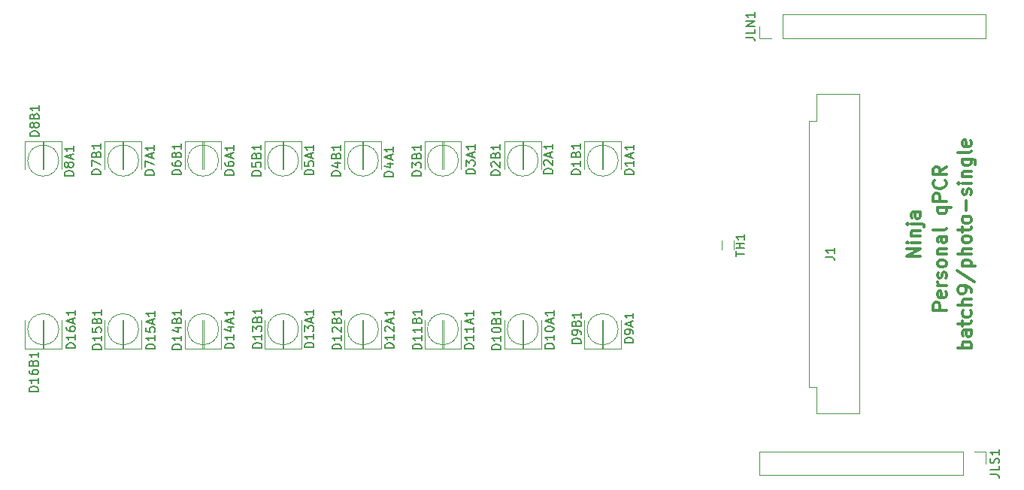
<source format=gto>
G04 #@! TF.GenerationSoftware,KiCad,Pcbnew,(5.1.6-0-10_14)*
G04 #@! TF.CreationDate,2021-08-31T09:47:16+09:00*
G04 #@! TF.ProjectId,photo-single,70686f74-6f2d-4736-996e-676c652e6b69,rev?*
G04 #@! TF.SameCoordinates,Original*
G04 #@! TF.FileFunction,Legend,Top*
G04 #@! TF.FilePolarity,Positive*
%FSLAX46Y46*%
G04 Gerber Fmt 4.6, Leading zero omitted, Abs format (unit mm)*
G04 Created by KiCad (PCBNEW (5.1.6-0-10_14)) date 2021-08-31 09:47:16*
%MOMM*%
%LPD*%
G01*
G04 APERTURE LIST*
%ADD10C,0.300000*%
%ADD11C,0.100000*%
%ADD12C,0.120000*%
%ADD13C,0.150000*%
G04 APERTURE END LIST*
D10*
X203408571Y-111618571D02*
X201908571Y-111618571D01*
X202480000Y-111618571D02*
X202408571Y-111475714D01*
X202408571Y-111190000D01*
X202480000Y-111047142D01*
X202551428Y-110975714D01*
X202694285Y-110904285D01*
X203122857Y-110904285D01*
X203265714Y-110975714D01*
X203337142Y-111047142D01*
X203408571Y-111190000D01*
X203408571Y-111475714D01*
X203337142Y-111618571D01*
X203408571Y-109618571D02*
X202622857Y-109618571D01*
X202480000Y-109690000D01*
X202408571Y-109832857D01*
X202408571Y-110118571D01*
X202480000Y-110261428D01*
X203337142Y-109618571D02*
X203408571Y-109761428D01*
X203408571Y-110118571D01*
X203337142Y-110261428D01*
X203194285Y-110332857D01*
X203051428Y-110332857D01*
X202908571Y-110261428D01*
X202837142Y-110118571D01*
X202837142Y-109761428D01*
X202765714Y-109618571D01*
X202408571Y-109118571D02*
X202408571Y-108547142D01*
X201908571Y-108904285D02*
X203194285Y-108904285D01*
X203337142Y-108832857D01*
X203408571Y-108690000D01*
X203408571Y-108547142D01*
X203337142Y-107404285D02*
X203408571Y-107547142D01*
X203408571Y-107832857D01*
X203337142Y-107975714D01*
X203265714Y-108047142D01*
X203122857Y-108118571D01*
X202694285Y-108118571D01*
X202551428Y-108047142D01*
X202480000Y-107975714D01*
X202408571Y-107832857D01*
X202408571Y-107547142D01*
X202480000Y-107404285D01*
X203408571Y-106761428D02*
X201908571Y-106761428D01*
X203408571Y-106118571D02*
X202622857Y-106118571D01*
X202480000Y-106190000D01*
X202408571Y-106332857D01*
X202408571Y-106547142D01*
X202480000Y-106690000D01*
X202551428Y-106761428D01*
X203408571Y-105332857D02*
X203408571Y-105047142D01*
X203337142Y-104904285D01*
X203265714Y-104832857D01*
X203051428Y-104690000D01*
X202765714Y-104618571D01*
X202194285Y-104618571D01*
X202051428Y-104690000D01*
X201980000Y-104761428D01*
X201908571Y-104904285D01*
X201908571Y-105190000D01*
X201980000Y-105332857D01*
X202051428Y-105404285D01*
X202194285Y-105475714D01*
X202551428Y-105475714D01*
X202694285Y-105404285D01*
X202765714Y-105332857D01*
X202837142Y-105190000D01*
X202837142Y-104904285D01*
X202765714Y-104761428D01*
X202694285Y-104690000D01*
X202551428Y-104618571D01*
X201837142Y-102904285D02*
X203765714Y-104190000D01*
X202408571Y-102404285D02*
X203908571Y-102404285D01*
X202480000Y-102404285D02*
X202408571Y-102261428D01*
X202408571Y-101975714D01*
X202480000Y-101832857D01*
X202551428Y-101761428D01*
X202694285Y-101690000D01*
X203122857Y-101690000D01*
X203265714Y-101761428D01*
X203337142Y-101832857D01*
X203408571Y-101975714D01*
X203408571Y-102261428D01*
X203337142Y-102404285D01*
X203408571Y-101047142D02*
X201908571Y-101047142D01*
X203408571Y-100404285D02*
X202622857Y-100404285D01*
X202480000Y-100475714D01*
X202408571Y-100618571D01*
X202408571Y-100832857D01*
X202480000Y-100975714D01*
X202551428Y-101047142D01*
X203408571Y-99475714D02*
X203337142Y-99618571D01*
X203265714Y-99690000D01*
X203122857Y-99761428D01*
X202694285Y-99761428D01*
X202551428Y-99690000D01*
X202480000Y-99618571D01*
X202408571Y-99475714D01*
X202408571Y-99261428D01*
X202480000Y-99118571D01*
X202551428Y-99047142D01*
X202694285Y-98975714D01*
X203122857Y-98975714D01*
X203265714Y-99047142D01*
X203337142Y-99118571D01*
X203408571Y-99261428D01*
X203408571Y-99475714D01*
X202408571Y-98547142D02*
X202408571Y-97975714D01*
X201908571Y-98332857D02*
X203194285Y-98332857D01*
X203337142Y-98261428D01*
X203408571Y-98118571D01*
X203408571Y-97975714D01*
X203408571Y-97261428D02*
X203337142Y-97404285D01*
X203265714Y-97475714D01*
X203122857Y-97547142D01*
X202694285Y-97547142D01*
X202551428Y-97475714D01*
X202480000Y-97404285D01*
X202408571Y-97261428D01*
X202408571Y-97047142D01*
X202480000Y-96904285D01*
X202551428Y-96832857D01*
X202694285Y-96761428D01*
X203122857Y-96761428D01*
X203265714Y-96832857D01*
X203337142Y-96904285D01*
X203408571Y-97047142D01*
X203408571Y-97261428D01*
X202837142Y-96118571D02*
X202837142Y-94975714D01*
X203337142Y-94332857D02*
X203408571Y-94190000D01*
X203408571Y-93904285D01*
X203337142Y-93761428D01*
X203194285Y-93690000D01*
X203122857Y-93690000D01*
X202980000Y-93761428D01*
X202908571Y-93904285D01*
X202908571Y-94118571D01*
X202837142Y-94261428D01*
X202694285Y-94332857D01*
X202622857Y-94332857D01*
X202480000Y-94261428D01*
X202408571Y-94118571D01*
X202408571Y-93904285D01*
X202480000Y-93761428D01*
X203408571Y-93047142D02*
X202408571Y-93047142D01*
X201908571Y-93047142D02*
X201980000Y-93118571D01*
X202051428Y-93047142D01*
X201980000Y-92975714D01*
X201908571Y-93047142D01*
X202051428Y-93047142D01*
X202408571Y-92332857D02*
X203408571Y-92332857D01*
X202551428Y-92332857D02*
X202480000Y-92261428D01*
X202408571Y-92118571D01*
X202408571Y-91904285D01*
X202480000Y-91761428D01*
X202622857Y-91690000D01*
X203408571Y-91690000D01*
X202408571Y-90332857D02*
X203622857Y-90332857D01*
X203765714Y-90404285D01*
X203837142Y-90475714D01*
X203908571Y-90618571D01*
X203908571Y-90832857D01*
X203837142Y-90975714D01*
X203337142Y-90332857D02*
X203408571Y-90475714D01*
X203408571Y-90761428D01*
X203337142Y-90904285D01*
X203265714Y-90975714D01*
X203122857Y-91047142D01*
X202694285Y-91047142D01*
X202551428Y-90975714D01*
X202480000Y-90904285D01*
X202408571Y-90761428D01*
X202408571Y-90475714D01*
X202480000Y-90332857D01*
X203408571Y-89404285D02*
X203337142Y-89547142D01*
X203194285Y-89618571D01*
X201908571Y-89618571D01*
X203337142Y-88261428D02*
X203408571Y-88404285D01*
X203408571Y-88690000D01*
X203337142Y-88832857D01*
X203194285Y-88904285D01*
X202622857Y-88904285D01*
X202480000Y-88832857D01*
X202408571Y-88690000D01*
X202408571Y-88404285D01*
X202480000Y-88261428D01*
X202622857Y-88190000D01*
X202765714Y-88190000D01*
X202908571Y-88904285D01*
X200618571Y-107345714D02*
X199118571Y-107345714D01*
X199118571Y-106774285D01*
X199190000Y-106631428D01*
X199261428Y-106560000D01*
X199404285Y-106488571D01*
X199618571Y-106488571D01*
X199761428Y-106560000D01*
X199832857Y-106631428D01*
X199904285Y-106774285D01*
X199904285Y-107345714D01*
X200547142Y-105274285D02*
X200618571Y-105417142D01*
X200618571Y-105702857D01*
X200547142Y-105845714D01*
X200404285Y-105917142D01*
X199832857Y-105917142D01*
X199690000Y-105845714D01*
X199618571Y-105702857D01*
X199618571Y-105417142D01*
X199690000Y-105274285D01*
X199832857Y-105202857D01*
X199975714Y-105202857D01*
X200118571Y-105917142D01*
X200618571Y-104560000D02*
X199618571Y-104560000D01*
X199904285Y-104560000D02*
X199761428Y-104488571D01*
X199690000Y-104417142D01*
X199618571Y-104274285D01*
X199618571Y-104131428D01*
X200547142Y-103702857D02*
X200618571Y-103560000D01*
X200618571Y-103274285D01*
X200547142Y-103131428D01*
X200404285Y-103060000D01*
X200332857Y-103060000D01*
X200190000Y-103131428D01*
X200118571Y-103274285D01*
X200118571Y-103488571D01*
X200047142Y-103631428D01*
X199904285Y-103702857D01*
X199832857Y-103702857D01*
X199690000Y-103631428D01*
X199618571Y-103488571D01*
X199618571Y-103274285D01*
X199690000Y-103131428D01*
X200618571Y-102202857D02*
X200547142Y-102345714D01*
X200475714Y-102417142D01*
X200332857Y-102488571D01*
X199904285Y-102488571D01*
X199761428Y-102417142D01*
X199690000Y-102345714D01*
X199618571Y-102202857D01*
X199618571Y-101988571D01*
X199690000Y-101845714D01*
X199761428Y-101774285D01*
X199904285Y-101702857D01*
X200332857Y-101702857D01*
X200475714Y-101774285D01*
X200547142Y-101845714D01*
X200618571Y-101988571D01*
X200618571Y-102202857D01*
X199618571Y-101060000D02*
X200618571Y-101060000D01*
X199761428Y-101060000D02*
X199690000Y-100988571D01*
X199618571Y-100845714D01*
X199618571Y-100631428D01*
X199690000Y-100488571D01*
X199832857Y-100417142D01*
X200618571Y-100417142D01*
X200618571Y-99060000D02*
X199832857Y-99060000D01*
X199690000Y-99131428D01*
X199618571Y-99274285D01*
X199618571Y-99560000D01*
X199690000Y-99702857D01*
X200547142Y-99060000D02*
X200618571Y-99202857D01*
X200618571Y-99560000D01*
X200547142Y-99702857D01*
X200404285Y-99774285D01*
X200261428Y-99774285D01*
X200118571Y-99702857D01*
X200047142Y-99560000D01*
X200047142Y-99202857D01*
X199975714Y-99060000D01*
X200618571Y-98131428D02*
X200547142Y-98274285D01*
X200404285Y-98345714D01*
X199118571Y-98345714D01*
X199618571Y-95774285D02*
X201118571Y-95774285D01*
X200547142Y-95774285D02*
X200618571Y-95917142D01*
X200618571Y-96202857D01*
X200547142Y-96345714D01*
X200475714Y-96417142D01*
X200332857Y-96488571D01*
X199904285Y-96488571D01*
X199761428Y-96417142D01*
X199690000Y-96345714D01*
X199618571Y-96202857D01*
X199618571Y-95917142D01*
X199690000Y-95774285D01*
X200618571Y-95060000D02*
X199118571Y-95060000D01*
X199118571Y-94488571D01*
X199190000Y-94345714D01*
X199261428Y-94274285D01*
X199404285Y-94202857D01*
X199618571Y-94202857D01*
X199761428Y-94274285D01*
X199832857Y-94345714D01*
X199904285Y-94488571D01*
X199904285Y-95060000D01*
X200475714Y-92702857D02*
X200547142Y-92774285D01*
X200618571Y-92988571D01*
X200618571Y-93131428D01*
X200547142Y-93345714D01*
X200404285Y-93488571D01*
X200261428Y-93560000D01*
X199975714Y-93631428D01*
X199761428Y-93631428D01*
X199475714Y-93560000D01*
X199332857Y-93488571D01*
X199190000Y-93345714D01*
X199118571Y-93131428D01*
X199118571Y-92988571D01*
X199190000Y-92774285D01*
X199261428Y-92702857D01*
X200618571Y-91202857D02*
X199904285Y-91702857D01*
X200618571Y-92060000D02*
X199118571Y-92060000D01*
X199118571Y-91488571D01*
X199190000Y-91345714D01*
X199261428Y-91274285D01*
X199404285Y-91202857D01*
X199618571Y-91202857D01*
X199761428Y-91274285D01*
X199832857Y-91345714D01*
X199904285Y-91488571D01*
X199904285Y-92060000D01*
X197648571Y-101300000D02*
X196148571Y-101300000D01*
X197648571Y-100442857D01*
X196148571Y-100442857D01*
X197648571Y-99728571D02*
X196648571Y-99728571D01*
X196148571Y-99728571D02*
X196220000Y-99800000D01*
X196291428Y-99728571D01*
X196220000Y-99657142D01*
X196148571Y-99728571D01*
X196291428Y-99728571D01*
X196648571Y-99014285D02*
X197648571Y-99014285D01*
X196791428Y-99014285D02*
X196720000Y-98942857D01*
X196648571Y-98800000D01*
X196648571Y-98585714D01*
X196720000Y-98442857D01*
X196862857Y-98371428D01*
X197648571Y-98371428D01*
X196648571Y-97657142D02*
X197934285Y-97657142D01*
X198077142Y-97728571D01*
X198148571Y-97871428D01*
X198148571Y-97942857D01*
X196148571Y-97657142D02*
X196220000Y-97728571D01*
X196291428Y-97657142D01*
X196220000Y-97585714D01*
X196148571Y-97657142D01*
X196291428Y-97657142D01*
X197648571Y-96300000D02*
X196862857Y-96300000D01*
X196720000Y-96371428D01*
X196648571Y-96514285D01*
X196648571Y-96800000D01*
X196720000Y-96942857D01*
X197577142Y-96300000D02*
X197648571Y-96442857D01*
X197648571Y-96800000D01*
X197577142Y-96942857D01*
X197434285Y-97014285D01*
X197291428Y-97014285D01*
X197148571Y-96942857D01*
X197077142Y-96800000D01*
X197077142Y-96442857D01*
X197005714Y-96300000D01*
D11*
X100671211Y-90502066D02*
G75*
G03*
X100671211Y-90502066I-1750000J0D01*
G01*
X109671211Y-90502066D02*
G75*
G03*
X109671211Y-90502066I-1750000J0D01*
G01*
X118671211Y-90502066D02*
G75*
G03*
X118671211Y-90502066I-1750000J0D01*
G01*
X127671211Y-90502066D02*
G75*
G03*
X127671211Y-90502066I-1750000J0D01*
G01*
X136671211Y-90502066D02*
G75*
G03*
X136671211Y-90502066I-1750000J0D01*
G01*
X145671211Y-90502066D02*
G75*
G03*
X145671211Y-90502066I-1750000J0D01*
G01*
X154671211Y-90502066D02*
G75*
G03*
X154671211Y-90502066I-1750000J0D01*
G01*
X163671211Y-90502066D02*
G75*
G03*
X163671211Y-90502066I-1750000J0D01*
G01*
X163671211Y-109501633D02*
G75*
G03*
X163671211Y-109501633I-1750000J0D01*
G01*
X154671211Y-109501633D02*
G75*
G03*
X154671211Y-109501633I-1750000J0D01*
G01*
X145671211Y-109501633D02*
G75*
G03*
X145671211Y-109501633I-1750000J0D01*
G01*
X136671211Y-109501633D02*
G75*
G03*
X136671211Y-109501633I-1750000J0D01*
G01*
X127671211Y-109501633D02*
G75*
G03*
X127671211Y-109501633I-1750000J0D01*
G01*
X118671211Y-109501633D02*
G75*
G03*
X118671211Y-109501633I-1750000J0D01*
G01*
X100671211Y-109501633D02*
G75*
G03*
X100671211Y-109501633I-1750000J0D01*
G01*
X109671211Y-109501633D02*
G75*
G03*
X109671211Y-109501633I-1750000J0D01*
G01*
D12*
X161861211Y-88302066D02*
X161861211Y-91502066D01*
X163981211Y-91502066D02*
X163981211Y-88302066D01*
X163981211Y-88302066D02*
X161861211Y-88302066D01*
X109981211Y-111701633D02*
X109981211Y-108501633D01*
X107861211Y-108501633D02*
X107861211Y-111701633D01*
X107861211Y-111701633D02*
X109981211Y-111701633D01*
X161861211Y-111701633D02*
X163981211Y-111701633D01*
X161861211Y-108501633D02*
X161861211Y-111701633D01*
X163981211Y-111701633D02*
X163981211Y-108501633D01*
X161981211Y-111701633D02*
X161981211Y-108501633D01*
X159861211Y-108501633D02*
X159861211Y-111701633D01*
X159861211Y-111701633D02*
X161981211Y-111701633D01*
X152861211Y-111701633D02*
X154981211Y-111701633D01*
X152861211Y-108501633D02*
X152861211Y-111701633D01*
X154981211Y-111701633D02*
X154981211Y-108501633D01*
X152981211Y-111701633D02*
X152981211Y-108501633D01*
X150861211Y-108501633D02*
X150861211Y-111701633D01*
X150861211Y-111701633D02*
X152981211Y-111701633D01*
X143861211Y-111701633D02*
X145981211Y-111701633D01*
X143861211Y-108501633D02*
X143861211Y-111701633D01*
X145981211Y-111701633D02*
X145981211Y-108501633D01*
X143981211Y-111701633D02*
X143981211Y-108501633D01*
X141861211Y-108501633D02*
X141861211Y-111701633D01*
X141861211Y-111701633D02*
X143981211Y-111701633D01*
X134861211Y-111701633D02*
X136981211Y-111701633D01*
X134861211Y-108501633D02*
X134861211Y-111701633D01*
X136981211Y-111701633D02*
X136981211Y-108501633D01*
X118981211Y-111701633D02*
X118981211Y-108501633D01*
X116861211Y-108501633D02*
X116861211Y-111701633D01*
X116861211Y-111701633D02*
X118981211Y-111701633D01*
X105861211Y-111701633D02*
X107981211Y-111701633D01*
X105861211Y-108501633D02*
X105861211Y-111701633D01*
X107981211Y-111701633D02*
X107981211Y-108501633D01*
X114861211Y-111701633D02*
X116981211Y-111701633D01*
X114861211Y-108501633D02*
X114861211Y-111701633D01*
X116981211Y-111701633D02*
X116981211Y-108501633D01*
X127981211Y-111701633D02*
X127981211Y-108501633D01*
X125861211Y-108501633D02*
X125861211Y-111701633D01*
X125861211Y-111701633D02*
X127981211Y-111701633D01*
X123861211Y-111701633D02*
X125981211Y-111701633D01*
X123861211Y-108501633D02*
X123861211Y-111701633D01*
X125981211Y-111701633D02*
X125981211Y-108501633D01*
X100981211Y-111701633D02*
X100981211Y-108501633D01*
X98861211Y-108501633D02*
X98861211Y-111701633D01*
X98861211Y-111701633D02*
X100981211Y-111701633D01*
X134981211Y-111701633D02*
X134981211Y-108501633D01*
X132861211Y-108501633D02*
X132861211Y-111701633D01*
X132861211Y-111701633D02*
X134981211Y-111701633D01*
X96861211Y-111701633D02*
X98981211Y-111701633D01*
X96861211Y-108501633D02*
X96861211Y-111701633D01*
X98981211Y-111701633D02*
X98981211Y-108501633D01*
X161981211Y-88302066D02*
X159861211Y-88302066D01*
X161981211Y-91502066D02*
X161981211Y-88302066D01*
X159861211Y-88302066D02*
X159861211Y-91502066D01*
X100981211Y-88302066D02*
X98861211Y-88302066D01*
X100981211Y-91502066D02*
X100981211Y-88302066D01*
X98861211Y-88302066D02*
X98861211Y-91502066D01*
X134861211Y-88302066D02*
X134861211Y-91502066D01*
X136981211Y-91502066D02*
X136981211Y-88302066D01*
X136981211Y-88302066D02*
X134861211Y-88302066D01*
X114861211Y-88302066D02*
X114861211Y-91502066D01*
X116981211Y-91502066D02*
X116981211Y-88302066D01*
X116981211Y-88302066D02*
X114861211Y-88302066D01*
X118981211Y-88302066D02*
X116861211Y-88302066D01*
X118981211Y-91502066D02*
X118981211Y-88302066D01*
X116861211Y-88302066D02*
X116861211Y-91502066D01*
X143981211Y-88302066D02*
X141861211Y-88302066D01*
X143981211Y-91502066D02*
X143981211Y-88302066D01*
X141861211Y-88302066D02*
X141861211Y-91502066D01*
X105861211Y-88302066D02*
X105861211Y-91502066D01*
X107981211Y-91502066D02*
X107981211Y-88302066D01*
X107981211Y-88302066D02*
X105861211Y-88302066D01*
X123861211Y-88302066D02*
X123861211Y-91502066D01*
X125981211Y-91502066D02*
X125981211Y-88302066D01*
X125981211Y-88302066D02*
X123861211Y-88302066D01*
X134981211Y-88302066D02*
X132861211Y-88302066D01*
X134981211Y-91502066D02*
X134981211Y-88302066D01*
X132861211Y-88302066D02*
X132861211Y-91502066D01*
X127981211Y-88302066D02*
X125861211Y-88302066D01*
X127981211Y-91502066D02*
X127981211Y-88302066D01*
X125861211Y-88302066D02*
X125861211Y-91502066D01*
X152861211Y-88302066D02*
X152861211Y-91502066D01*
X154981211Y-91502066D02*
X154981211Y-88302066D01*
X154981211Y-88302066D02*
X152861211Y-88302066D01*
X143861211Y-88302066D02*
X143861211Y-91502066D01*
X145981211Y-91502066D02*
X145981211Y-88302066D01*
X145981211Y-88302066D02*
X143861211Y-88302066D01*
X152981211Y-88302066D02*
X150861211Y-88302066D01*
X152981211Y-91502066D02*
X152981211Y-88302066D01*
X150861211Y-88302066D02*
X150861211Y-91502066D01*
X96861211Y-88302066D02*
X96861211Y-91502066D01*
X98981211Y-91502066D02*
X98981211Y-88302066D01*
X98981211Y-88302066D02*
X96861211Y-88302066D01*
X109981211Y-88302066D02*
X107861211Y-88302066D01*
X109981211Y-91502066D02*
X109981211Y-88302066D01*
X107861211Y-88302066D02*
X107861211Y-91502066D01*
X176680000Y-99500000D02*
X176680000Y-100500000D01*
X175320000Y-100500000D02*
X175320000Y-99500000D01*
X185185000Y-116020000D02*
X185185000Y-86020000D01*
X190835000Y-119020000D02*
X190835000Y-83020000D01*
X190835000Y-119020000D02*
X185985000Y-119020000D01*
X190835000Y-83020000D02*
X185985000Y-83020000D01*
X185985000Y-119020000D02*
X185985000Y-116020000D01*
X185985000Y-83020000D02*
X185985000Y-86020000D01*
X185985000Y-116020000D02*
X185185000Y-116020000D01*
X185985000Y-86020000D02*
X185185000Y-86020000D01*
X205095000Y-76702000D02*
X205095000Y-74042000D01*
X182175000Y-76702000D02*
X205095000Y-76702000D01*
X182175000Y-74042000D02*
X205095000Y-74042000D01*
X182175000Y-76702000D02*
X182175000Y-74042000D01*
X180905000Y-76702000D02*
X179575000Y-76702000D01*
X179575000Y-76702000D02*
X179575000Y-75372000D01*
X205095000Y-123298000D02*
X205095000Y-124628000D01*
X203765000Y-123298000D02*
X205095000Y-123298000D01*
X202495000Y-123298000D02*
X202495000Y-125958000D01*
X202495000Y-125958000D02*
X179575000Y-125958000D01*
X202495000Y-123298000D02*
X179575000Y-123298000D01*
X179575000Y-123298000D02*
X179575000Y-125958000D01*
D13*
X165392380Y-92062857D02*
X164392380Y-92062857D01*
X164392380Y-91824761D01*
X164440000Y-91681904D01*
X164535238Y-91586666D01*
X164630476Y-91539047D01*
X164820952Y-91491428D01*
X164963809Y-91491428D01*
X165154285Y-91539047D01*
X165249523Y-91586666D01*
X165344761Y-91681904D01*
X165392380Y-91824761D01*
X165392380Y-92062857D01*
X165392380Y-90539047D02*
X165392380Y-91110476D01*
X165392380Y-90824761D02*
X164392380Y-90824761D01*
X164535238Y-90920000D01*
X164630476Y-91015238D01*
X164678095Y-91110476D01*
X165106666Y-90158095D02*
X165106666Y-89681904D01*
X165392380Y-90253333D02*
X164392380Y-89920000D01*
X165392380Y-89586666D01*
X165392380Y-88729523D02*
X165392380Y-89300952D01*
X165392380Y-89015238D02*
X164392380Y-89015238D01*
X164535238Y-89110476D01*
X164630476Y-89205714D01*
X164678095Y-89300952D01*
X111502380Y-111729047D02*
X110502380Y-111729047D01*
X110502380Y-111490952D01*
X110550000Y-111348095D01*
X110645238Y-111252857D01*
X110740476Y-111205238D01*
X110930952Y-111157619D01*
X111073809Y-111157619D01*
X111264285Y-111205238D01*
X111359523Y-111252857D01*
X111454761Y-111348095D01*
X111502380Y-111490952D01*
X111502380Y-111729047D01*
X111502380Y-110205238D02*
X111502380Y-110776666D01*
X111502380Y-110490952D02*
X110502380Y-110490952D01*
X110645238Y-110586190D01*
X110740476Y-110681428D01*
X110788095Y-110776666D01*
X110502380Y-109300476D02*
X110502380Y-109776666D01*
X110978571Y-109824285D01*
X110930952Y-109776666D01*
X110883333Y-109681428D01*
X110883333Y-109443333D01*
X110930952Y-109348095D01*
X110978571Y-109300476D01*
X111073809Y-109252857D01*
X111311904Y-109252857D01*
X111407142Y-109300476D01*
X111454761Y-109348095D01*
X111502380Y-109443333D01*
X111502380Y-109681428D01*
X111454761Y-109776666D01*
X111407142Y-109824285D01*
X111216666Y-108871904D02*
X111216666Y-108395714D01*
X111502380Y-108967142D02*
X110502380Y-108633809D01*
X111502380Y-108300476D01*
X111502380Y-107443333D02*
X111502380Y-108014761D01*
X111502380Y-107729047D02*
X110502380Y-107729047D01*
X110645238Y-107824285D01*
X110740476Y-107919523D01*
X110788095Y-108014761D01*
X165382380Y-111022857D02*
X164382380Y-111022857D01*
X164382380Y-110784761D01*
X164430000Y-110641904D01*
X164525238Y-110546666D01*
X164620476Y-110499047D01*
X164810952Y-110451428D01*
X164953809Y-110451428D01*
X165144285Y-110499047D01*
X165239523Y-110546666D01*
X165334761Y-110641904D01*
X165382380Y-110784761D01*
X165382380Y-111022857D01*
X165382380Y-109975238D02*
X165382380Y-109784761D01*
X165334761Y-109689523D01*
X165287142Y-109641904D01*
X165144285Y-109546666D01*
X164953809Y-109499047D01*
X164572857Y-109499047D01*
X164477619Y-109546666D01*
X164430000Y-109594285D01*
X164382380Y-109689523D01*
X164382380Y-109880000D01*
X164430000Y-109975238D01*
X164477619Y-110022857D01*
X164572857Y-110070476D01*
X164810952Y-110070476D01*
X164906190Y-110022857D01*
X164953809Y-109975238D01*
X165001428Y-109880000D01*
X165001428Y-109689523D01*
X164953809Y-109594285D01*
X164906190Y-109546666D01*
X164810952Y-109499047D01*
X165096666Y-109118095D02*
X165096666Y-108641904D01*
X165382380Y-109213333D02*
X164382380Y-108880000D01*
X165382380Y-108546666D01*
X165382380Y-107689523D02*
X165382380Y-108260952D01*
X165382380Y-107975238D02*
X164382380Y-107975238D01*
X164525238Y-108070476D01*
X164620476Y-108165714D01*
X164668095Y-108260952D01*
X159462380Y-111094285D02*
X158462380Y-111094285D01*
X158462380Y-110856190D01*
X158510000Y-110713333D01*
X158605238Y-110618095D01*
X158700476Y-110570476D01*
X158890952Y-110522857D01*
X159033809Y-110522857D01*
X159224285Y-110570476D01*
X159319523Y-110618095D01*
X159414761Y-110713333D01*
X159462380Y-110856190D01*
X159462380Y-111094285D01*
X159462380Y-110046666D02*
X159462380Y-109856190D01*
X159414761Y-109760952D01*
X159367142Y-109713333D01*
X159224285Y-109618095D01*
X159033809Y-109570476D01*
X158652857Y-109570476D01*
X158557619Y-109618095D01*
X158510000Y-109665714D01*
X158462380Y-109760952D01*
X158462380Y-109951428D01*
X158510000Y-110046666D01*
X158557619Y-110094285D01*
X158652857Y-110141904D01*
X158890952Y-110141904D01*
X158986190Y-110094285D01*
X159033809Y-110046666D01*
X159081428Y-109951428D01*
X159081428Y-109760952D01*
X159033809Y-109665714D01*
X158986190Y-109618095D01*
X158890952Y-109570476D01*
X158938571Y-108808571D02*
X158986190Y-108665714D01*
X159033809Y-108618095D01*
X159129047Y-108570476D01*
X159271904Y-108570476D01*
X159367142Y-108618095D01*
X159414761Y-108665714D01*
X159462380Y-108760952D01*
X159462380Y-109141904D01*
X158462380Y-109141904D01*
X158462380Y-108808571D01*
X158510000Y-108713333D01*
X158557619Y-108665714D01*
X158652857Y-108618095D01*
X158748095Y-108618095D01*
X158843333Y-108665714D01*
X158890952Y-108713333D01*
X158938571Y-108808571D01*
X158938571Y-109141904D01*
X159462380Y-107618095D02*
X159462380Y-108189523D01*
X159462380Y-107903809D02*
X158462380Y-107903809D01*
X158605238Y-107999047D01*
X158700476Y-108094285D01*
X158748095Y-108189523D01*
X156422380Y-111669047D02*
X155422380Y-111669047D01*
X155422380Y-111430952D01*
X155470000Y-111288095D01*
X155565238Y-111192857D01*
X155660476Y-111145238D01*
X155850952Y-111097619D01*
X155993809Y-111097619D01*
X156184285Y-111145238D01*
X156279523Y-111192857D01*
X156374761Y-111288095D01*
X156422380Y-111430952D01*
X156422380Y-111669047D01*
X156422380Y-110145238D02*
X156422380Y-110716666D01*
X156422380Y-110430952D02*
X155422380Y-110430952D01*
X155565238Y-110526190D01*
X155660476Y-110621428D01*
X155708095Y-110716666D01*
X155422380Y-109526190D02*
X155422380Y-109430952D01*
X155470000Y-109335714D01*
X155517619Y-109288095D01*
X155612857Y-109240476D01*
X155803333Y-109192857D01*
X156041428Y-109192857D01*
X156231904Y-109240476D01*
X156327142Y-109288095D01*
X156374761Y-109335714D01*
X156422380Y-109430952D01*
X156422380Y-109526190D01*
X156374761Y-109621428D01*
X156327142Y-109669047D01*
X156231904Y-109716666D01*
X156041428Y-109764285D01*
X155803333Y-109764285D01*
X155612857Y-109716666D01*
X155517619Y-109669047D01*
X155470000Y-109621428D01*
X155422380Y-109526190D01*
X156136666Y-108811904D02*
X156136666Y-108335714D01*
X156422380Y-108907142D02*
X155422380Y-108573809D01*
X156422380Y-108240476D01*
X156422380Y-107383333D02*
X156422380Y-107954761D01*
X156422380Y-107669047D02*
X155422380Y-107669047D01*
X155565238Y-107764285D01*
X155660476Y-107859523D01*
X155708095Y-107954761D01*
X150452380Y-111770476D02*
X149452380Y-111770476D01*
X149452380Y-111532380D01*
X149500000Y-111389523D01*
X149595238Y-111294285D01*
X149690476Y-111246666D01*
X149880952Y-111199047D01*
X150023809Y-111199047D01*
X150214285Y-111246666D01*
X150309523Y-111294285D01*
X150404761Y-111389523D01*
X150452380Y-111532380D01*
X150452380Y-111770476D01*
X150452380Y-110246666D02*
X150452380Y-110818095D01*
X150452380Y-110532380D02*
X149452380Y-110532380D01*
X149595238Y-110627619D01*
X149690476Y-110722857D01*
X149738095Y-110818095D01*
X149452380Y-109627619D02*
X149452380Y-109532380D01*
X149500000Y-109437142D01*
X149547619Y-109389523D01*
X149642857Y-109341904D01*
X149833333Y-109294285D01*
X150071428Y-109294285D01*
X150261904Y-109341904D01*
X150357142Y-109389523D01*
X150404761Y-109437142D01*
X150452380Y-109532380D01*
X150452380Y-109627619D01*
X150404761Y-109722857D01*
X150357142Y-109770476D01*
X150261904Y-109818095D01*
X150071428Y-109865714D01*
X149833333Y-109865714D01*
X149642857Y-109818095D01*
X149547619Y-109770476D01*
X149500000Y-109722857D01*
X149452380Y-109627619D01*
X149928571Y-108532380D02*
X149976190Y-108389523D01*
X150023809Y-108341904D01*
X150119047Y-108294285D01*
X150261904Y-108294285D01*
X150357142Y-108341904D01*
X150404761Y-108389523D01*
X150452380Y-108484761D01*
X150452380Y-108865714D01*
X149452380Y-108865714D01*
X149452380Y-108532380D01*
X149500000Y-108437142D01*
X149547619Y-108389523D01*
X149642857Y-108341904D01*
X149738095Y-108341904D01*
X149833333Y-108389523D01*
X149880952Y-108437142D01*
X149928571Y-108532380D01*
X149928571Y-108865714D01*
X150452380Y-107341904D02*
X150452380Y-107913333D01*
X150452380Y-107627619D02*
X149452380Y-107627619D01*
X149595238Y-107722857D01*
X149690476Y-107818095D01*
X149738095Y-107913333D01*
X147372380Y-111699047D02*
X146372380Y-111699047D01*
X146372380Y-111460952D01*
X146420000Y-111318095D01*
X146515238Y-111222857D01*
X146610476Y-111175238D01*
X146800952Y-111127619D01*
X146943809Y-111127619D01*
X147134285Y-111175238D01*
X147229523Y-111222857D01*
X147324761Y-111318095D01*
X147372380Y-111460952D01*
X147372380Y-111699047D01*
X147372380Y-110175238D02*
X147372380Y-110746666D01*
X147372380Y-110460952D02*
X146372380Y-110460952D01*
X146515238Y-110556190D01*
X146610476Y-110651428D01*
X146658095Y-110746666D01*
X147372380Y-109222857D02*
X147372380Y-109794285D01*
X147372380Y-109508571D02*
X146372380Y-109508571D01*
X146515238Y-109603809D01*
X146610476Y-109699047D01*
X146658095Y-109794285D01*
X147086666Y-108841904D02*
X147086666Y-108365714D01*
X147372380Y-108937142D02*
X146372380Y-108603809D01*
X147372380Y-108270476D01*
X147372380Y-107413333D02*
X147372380Y-107984761D01*
X147372380Y-107699047D02*
X146372380Y-107699047D01*
X146515238Y-107794285D01*
X146610476Y-107889523D01*
X146658095Y-107984761D01*
X141512380Y-111730476D02*
X140512380Y-111730476D01*
X140512380Y-111492380D01*
X140560000Y-111349523D01*
X140655238Y-111254285D01*
X140750476Y-111206666D01*
X140940952Y-111159047D01*
X141083809Y-111159047D01*
X141274285Y-111206666D01*
X141369523Y-111254285D01*
X141464761Y-111349523D01*
X141512380Y-111492380D01*
X141512380Y-111730476D01*
X141512380Y-110206666D02*
X141512380Y-110778095D01*
X141512380Y-110492380D02*
X140512380Y-110492380D01*
X140655238Y-110587619D01*
X140750476Y-110682857D01*
X140798095Y-110778095D01*
X141512380Y-109254285D02*
X141512380Y-109825714D01*
X141512380Y-109540000D02*
X140512380Y-109540000D01*
X140655238Y-109635238D01*
X140750476Y-109730476D01*
X140798095Y-109825714D01*
X140988571Y-108492380D02*
X141036190Y-108349523D01*
X141083809Y-108301904D01*
X141179047Y-108254285D01*
X141321904Y-108254285D01*
X141417142Y-108301904D01*
X141464761Y-108349523D01*
X141512380Y-108444761D01*
X141512380Y-108825714D01*
X140512380Y-108825714D01*
X140512380Y-108492380D01*
X140560000Y-108397142D01*
X140607619Y-108349523D01*
X140702857Y-108301904D01*
X140798095Y-108301904D01*
X140893333Y-108349523D01*
X140940952Y-108397142D01*
X140988571Y-108492380D01*
X140988571Y-108825714D01*
X141512380Y-107301904D02*
X141512380Y-107873333D01*
X141512380Y-107587619D02*
X140512380Y-107587619D01*
X140655238Y-107682857D01*
X140750476Y-107778095D01*
X140798095Y-107873333D01*
X138382380Y-111629047D02*
X137382380Y-111629047D01*
X137382380Y-111390952D01*
X137430000Y-111248095D01*
X137525238Y-111152857D01*
X137620476Y-111105238D01*
X137810952Y-111057619D01*
X137953809Y-111057619D01*
X138144285Y-111105238D01*
X138239523Y-111152857D01*
X138334761Y-111248095D01*
X138382380Y-111390952D01*
X138382380Y-111629047D01*
X138382380Y-110105238D02*
X138382380Y-110676666D01*
X138382380Y-110390952D02*
X137382380Y-110390952D01*
X137525238Y-110486190D01*
X137620476Y-110581428D01*
X137668095Y-110676666D01*
X137477619Y-109724285D02*
X137430000Y-109676666D01*
X137382380Y-109581428D01*
X137382380Y-109343333D01*
X137430000Y-109248095D01*
X137477619Y-109200476D01*
X137572857Y-109152857D01*
X137668095Y-109152857D01*
X137810952Y-109200476D01*
X138382380Y-109771904D01*
X138382380Y-109152857D01*
X138096666Y-108771904D02*
X138096666Y-108295714D01*
X138382380Y-108867142D02*
X137382380Y-108533809D01*
X138382380Y-108200476D01*
X138382380Y-107343333D02*
X138382380Y-107914761D01*
X138382380Y-107629047D02*
X137382380Y-107629047D01*
X137525238Y-107724285D01*
X137620476Y-107819523D01*
X137668095Y-107914761D01*
X120372380Y-111639047D02*
X119372380Y-111639047D01*
X119372380Y-111400952D01*
X119420000Y-111258095D01*
X119515238Y-111162857D01*
X119610476Y-111115238D01*
X119800952Y-111067619D01*
X119943809Y-111067619D01*
X120134285Y-111115238D01*
X120229523Y-111162857D01*
X120324761Y-111258095D01*
X120372380Y-111400952D01*
X120372380Y-111639047D01*
X120372380Y-110115238D02*
X120372380Y-110686666D01*
X120372380Y-110400952D02*
X119372380Y-110400952D01*
X119515238Y-110496190D01*
X119610476Y-110591428D01*
X119658095Y-110686666D01*
X119705714Y-109258095D02*
X120372380Y-109258095D01*
X119324761Y-109496190D02*
X120039047Y-109734285D01*
X120039047Y-109115238D01*
X120086666Y-108781904D02*
X120086666Y-108305714D01*
X120372380Y-108877142D02*
X119372380Y-108543809D01*
X120372380Y-108210476D01*
X120372380Y-107353333D02*
X120372380Y-107924761D01*
X120372380Y-107639047D02*
X119372380Y-107639047D01*
X119515238Y-107734285D01*
X119610476Y-107829523D01*
X119658095Y-107924761D01*
X105462380Y-111750476D02*
X104462380Y-111750476D01*
X104462380Y-111512380D01*
X104510000Y-111369523D01*
X104605238Y-111274285D01*
X104700476Y-111226666D01*
X104890952Y-111179047D01*
X105033809Y-111179047D01*
X105224285Y-111226666D01*
X105319523Y-111274285D01*
X105414761Y-111369523D01*
X105462380Y-111512380D01*
X105462380Y-111750476D01*
X105462380Y-110226666D02*
X105462380Y-110798095D01*
X105462380Y-110512380D02*
X104462380Y-110512380D01*
X104605238Y-110607619D01*
X104700476Y-110702857D01*
X104748095Y-110798095D01*
X104462380Y-109321904D02*
X104462380Y-109798095D01*
X104938571Y-109845714D01*
X104890952Y-109798095D01*
X104843333Y-109702857D01*
X104843333Y-109464761D01*
X104890952Y-109369523D01*
X104938571Y-109321904D01*
X105033809Y-109274285D01*
X105271904Y-109274285D01*
X105367142Y-109321904D01*
X105414761Y-109369523D01*
X105462380Y-109464761D01*
X105462380Y-109702857D01*
X105414761Y-109798095D01*
X105367142Y-109845714D01*
X104938571Y-108512380D02*
X104986190Y-108369523D01*
X105033809Y-108321904D01*
X105129047Y-108274285D01*
X105271904Y-108274285D01*
X105367142Y-108321904D01*
X105414761Y-108369523D01*
X105462380Y-108464761D01*
X105462380Y-108845714D01*
X104462380Y-108845714D01*
X104462380Y-108512380D01*
X104510000Y-108417142D01*
X104557619Y-108369523D01*
X104652857Y-108321904D01*
X104748095Y-108321904D01*
X104843333Y-108369523D01*
X104890952Y-108417142D01*
X104938571Y-108512380D01*
X104938571Y-108845714D01*
X105462380Y-107321904D02*
X105462380Y-107893333D01*
X105462380Y-107607619D02*
X104462380Y-107607619D01*
X104605238Y-107702857D01*
X104700476Y-107798095D01*
X104748095Y-107893333D01*
X114472380Y-111740476D02*
X113472380Y-111740476D01*
X113472380Y-111502380D01*
X113520000Y-111359523D01*
X113615238Y-111264285D01*
X113710476Y-111216666D01*
X113900952Y-111169047D01*
X114043809Y-111169047D01*
X114234285Y-111216666D01*
X114329523Y-111264285D01*
X114424761Y-111359523D01*
X114472380Y-111502380D01*
X114472380Y-111740476D01*
X114472380Y-110216666D02*
X114472380Y-110788095D01*
X114472380Y-110502380D02*
X113472380Y-110502380D01*
X113615238Y-110597619D01*
X113710476Y-110692857D01*
X113758095Y-110788095D01*
X113805714Y-109359523D02*
X114472380Y-109359523D01*
X113424761Y-109597619D02*
X114139047Y-109835714D01*
X114139047Y-109216666D01*
X113948571Y-108502380D02*
X113996190Y-108359523D01*
X114043809Y-108311904D01*
X114139047Y-108264285D01*
X114281904Y-108264285D01*
X114377142Y-108311904D01*
X114424761Y-108359523D01*
X114472380Y-108454761D01*
X114472380Y-108835714D01*
X113472380Y-108835714D01*
X113472380Y-108502380D01*
X113520000Y-108407142D01*
X113567619Y-108359523D01*
X113662857Y-108311904D01*
X113758095Y-108311904D01*
X113853333Y-108359523D01*
X113900952Y-108407142D01*
X113948571Y-108502380D01*
X113948571Y-108835714D01*
X114472380Y-107311904D02*
X114472380Y-107883333D01*
X114472380Y-107597619D02*
X113472380Y-107597619D01*
X113615238Y-107692857D01*
X113710476Y-107788095D01*
X113758095Y-107883333D01*
X129382380Y-111569047D02*
X128382380Y-111569047D01*
X128382380Y-111330952D01*
X128430000Y-111188095D01*
X128525238Y-111092857D01*
X128620476Y-111045238D01*
X128810952Y-110997619D01*
X128953809Y-110997619D01*
X129144285Y-111045238D01*
X129239523Y-111092857D01*
X129334761Y-111188095D01*
X129382380Y-111330952D01*
X129382380Y-111569047D01*
X129382380Y-110045238D02*
X129382380Y-110616666D01*
X129382380Y-110330952D02*
X128382380Y-110330952D01*
X128525238Y-110426190D01*
X128620476Y-110521428D01*
X128668095Y-110616666D01*
X128382380Y-109711904D02*
X128382380Y-109092857D01*
X128763333Y-109426190D01*
X128763333Y-109283333D01*
X128810952Y-109188095D01*
X128858571Y-109140476D01*
X128953809Y-109092857D01*
X129191904Y-109092857D01*
X129287142Y-109140476D01*
X129334761Y-109188095D01*
X129382380Y-109283333D01*
X129382380Y-109569047D01*
X129334761Y-109664285D01*
X129287142Y-109711904D01*
X129096666Y-108711904D02*
X129096666Y-108235714D01*
X129382380Y-108807142D02*
X128382380Y-108473809D01*
X129382380Y-108140476D01*
X129382380Y-107283333D02*
X129382380Y-107854761D01*
X129382380Y-107569047D02*
X128382380Y-107569047D01*
X128525238Y-107664285D01*
X128620476Y-107759523D01*
X128668095Y-107854761D01*
X123542380Y-111610476D02*
X122542380Y-111610476D01*
X122542380Y-111372380D01*
X122590000Y-111229523D01*
X122685238Y-111134285D01*
X122780476Y-111086666D01*
X122970952Y-111039047D01*
X123113809Y-111039047D01*
X123304285Y-111086666D01*
X123399523Y-111134285D01*
X123494761Y-111229523D01*
X123542380Y-111372380D01*
X123542380Y-111610476D01*
X123542380Y-110086666D02*
X123542380Y-110658095D01*
X123542380Y-110372380D02*
X122542380Y-110372380D01*
X122685238Y-110467619D01*
X122780476Y-110562857D01*
X122828095Y-110658095D01*
X122542380Y-109753333D02*
X122542380Y-109134285D01*
X122923333Y-109467619D01*
X122923333Y-109324761D01*
X122970952Y-109229523D01*
X123018571Y-109181904D01*
X123113809Y-109134285D01*
X123351904Y-109134285D01*
X123447142Y-109181904D01*
X123494761Y-109229523D01*
X123542380Y-109324761D01*
X123542380Y-109610476D01*
X123494761Y-109705714D01*
X123447142Y-109753333D01*
X123018571Y-108372380D02*
X123066190Y-108229523D01*
X123113809Y-108181904D01*
X123209047Y-108134285D01*
X123351904Y-108134285D01*
X123447142Y-108181904D01*
X123494761Y-108229523D01*
X123542380Y-108324761D01*
X123542380Y-108705714D01*
X122542380Y-108705714D01*
X122542380Y-108372380D01*
X122590000Y-108277142D01*
X122637619Y-108229523D01*
X122732857Y-108181904D01*
X122828095Y-108181904D01*
X122923333Y-108229523D01*
X122970952Y-108277142D01*
X123018571Y-108372380D01*
X123018571Y-108705714D01*
X123542380Y-107181904D02*
X123542380Y-107753333D01*
X123542380Y-107467619D02*
X122542380Y-107467619D01*
X122685238Y-107562857D01*
X122780476Y-107658095D01*
X122828095Y-107753333D01*
X102512380Y-111629047D02*
X101512380Y-111629047D01*
X101512380Y-111390952D01*
X101560000Y-111248095D01*
X101655238Y-111152857D01*
X101750476Y-111105238D01*
X101940952Y-111057619D01*
X102083809Y-111057619D01*
X102274285Y-111105238D01*
X102369523Y-111152857D01*
X102464761Y-111248095D01*
X102512380Y-111390952D01*
X102512380Y-111629047D01*
X102512380Y-110105238D02*
X102512380Y-110676666D01*
X102512380Y-110390952D02*
X101512380Y-110390952D01*
X101655238Y-110486190D01*
X101750476Y-110581428D01*
X101798095Y-110676666D01*
X101512380Y-109248095D02*
X101512380Y-109438571D01*
X101560000Y-109533809D01*
X101607619Y-109581428D01*
X101750476Y-109676666D01*
X101940952Y-109724285D01*
X102321904Y-109724285D01*
X102417142Y-109676666D01*
X102464761Y-109629047D01*
X102512380Y-109533809D01*
X102512380Y-109343333D01*
X102464761Y-109248095D01*
X102417142Y-109200476D01*
X102321904Y-109152857D01*
X102083809Y-109152857D01*
X101988571Y-109200476D01*
X101940952Y-109248095D01*
X101893333Y-109343333D01*
X101893333Y-109533809D01*
X101940952Y-109629047D01*
X101988571Y-109676666D01*
X102083809Y-109724285D01*
X102226666Y-108771904D02*
X102226666Y-108295714D01*
X102512380Y-108867142D02*
X101512380Y-108533809D01*
X102512380Y-108200476D01*
X102512380Y-107343333D02*
X102512380Y-107914761D01*
X102512380Y-107629047D02*
X101512380Y-107629047D01*
X101655238Y-107724285D01*
X101750476Y-107819523D01*
X101798095Y-107914761D01*
X132472380Y-111730476D02*
X131472380Y-111730476D01*
X131472380Y-111492380D01*
X131520000Y-111349523D01*
X131615238Y-111254285D01*
X131710476Y-111206666D01*
X131900952Y-111159047D01*
X132043809Y-111159047D01*
X132234285Y-111206666D01*
X132329523Y-111254285D01*
X132424761Y-111349523D01*
X132472380Y-111492380D01*
X132472380Y-111730476D01*
X132472380Y-110206666D02*
X132472380Y-110778095D01*
X132472380Y-110492380D02*
X131472380Y-110492380D01*
X131615238Y-110587619D01*
X131710476Y-110682857D01*
X131758095Y-110778095D01*
X131567619Y-109825714D02*
X131520000Y-109778095D01*
X131472380Y-109682857D01*
X131472380Y-109444761D01*
X131520000Y-109349523D01*
X131567619Y-109301904D01*
X131662857Y-109254285D01*
X131758095Y-109254285D01*
X131900952Y-109301904D01*
X132472380Y-109873333D01*
X132472380Y-109254285D01*
X131948571Y-108492380D02*
X131996190Y-108349523D01*
X132043809Y-108301904D01*
X132139047Y-108254285D01*
X132281904Y-108254285D01*
X132377142Y-108301904D01*
X132424761Y-108349523D01*
X132472380Y-108444761D01*
X132472380Y-108825714D01*
X131472380Y-108825714D01*
X131472380Y-108492380D01*
X131520000Y-108397142D01*
X131567619Y-108349523D01*
X131662857Y-108301904D01*
X131758095Y-108301904D01*
X131853333Y-108349523D01*
X131900952Y-108397142D01*
X131948571Y-108492380D01*
X131948571Y-108825714D01*
X132472380Y-107301904D02*
X132472380Y-107873333D01*
X132472380Y-107587619D02*
X131472380Y-107587619D01*
X131615238Y-107682857D01*
X131710476Y-107778095D01*
X131758095Y-107873333D01*
X98342380Y-116510476D02*
X97342380Y-116510476D01*
X97342380Y-116272380D01*
X97390000Y-116129523D01*
X97485238Y-116034285D01*
X97580476Y-115986666D01*
X97770952Y-115939047D01*
X97913809Y-115939047D01*
X98104285Y-115986666D01*
X98199523Y-116034285D01*
X98294761Y-116129523D01*
X98342380Y-116272380D01*
X98342380Y-116510476D01*
X98342380Y-114986666D02*
X98342380Y-115558095D01*
X98342380Y-115272380D02*
X97342380Y-115272380D01*
X97485238Y-115367619D01*
X97580476Y-115462857D01*
X97628095Y-115558095D01*
X97342380Y-114129523D02*
X97342380Y-114320000D01*
X97390000Y-114415238D01*
X97437619Y-114462857D01*
X97580476Y-114558095D01*
X97770952Y-114605714D01*
X98151904Y-114605714D01*
X98247142Y-114558095D01*
X98294761Y-114510476D01*
X98342380Y-114415238D01*
X98342380Y-114224761D01*
X98294761Y-114129523D01*
X98247142Y-114081904D01*
X98151904Y-114034285D01*
X97913809Y-114034285D01*
X97818571Y-114081904D01*
X97770952Y-114129523D01*
X97723333Y-114224761D01*
X97723333Y-114415238D01*
X97770952Y-114510476D01*
X97818571Y-114558095D01*
X97913809Y-114605714D01*
X97818571Y-113272380D02*
X97866190Y-113129523D01*
X97913809Y-113081904D01*
X98009047Y-113034285D01*
X98151904Y-113034285D01*
X98247142Y-113081904D01*
X98294761Y-113129523D01*
X98342380Y-113224761D01*
X98342380Y-113605714D01*
X97342380Y-113605714D01*
X97342380Y-113272380D01*
X97390000Y-113177142D01*
X97437619Y-113129523D01*
X97532857Y-113081904D01*
X97628095Y-113081904D01*
X97723333Y-113129523D01*
X97770952Y-113177142D01*
X97818571Y-113272380D01*
X97818571Y-113605714D01*
X98342380Y-112081904D02*
X98342380Y-112653333D01*
X98342380Y-112367619D02*
X97342380Y-112367619D01*
X97485238Y-112462857D01*
X97580476Y-112558095D01*
X97628095Y-112653333D01*
X159402380Y-92064285D02*
X158402380Y-92064285D01*
X158402380Y-91826190D01*
X158450000Y-91683333D01*
X158545238Y-91588095D01*
X158640476Y-91540476D01*
X158830952Y-91492857D01*
X158973809Y-91492857D01*
X159164285Y-91540476D01*
X159259523Y-91588095D01*
X159354761Y-91683333D01*
X159402380Y-91826190D01*
X159402380Y-92064285D01*
X159402380Y-90540476D02*
X159402380Y-91111904D01*
X159402380Y-90826190D02*
X158402380Y-90826190D01*
X158545238Y-90921428D01*
X158640476Y-91016666D01*
X158688095Y-91111904D01*
X158878571Y-89778571D02*
X158926190Y-89635714D01*
X158973809Y-89588095D01*
X159069047Y-89540476D01*
X159211904Y-89540476D01*
X159307142Y-89588095D01*
X159354761Y-89635714D01*
X159402380Y-89730952D01*
X159402380Y-90111904D01*
X158402380Y-90111904D01*
X158402380Y-89778571D01*
X158450000Y-89683333D01*
X158497619Y-89635714D01*
X158592857Y-89588095D01*
X158688095Y-89588095D01*
X158783333Y-89635714D01*
X158830952Y-89683333D01*
X158878571Y-89778571D01*
X158878571Y-90111904D01*
X159402380Y-88588095D02*
X159402380Y-89159523D01*
X159402380Y-88873809D02*
X158402380Y-88873809D01*
X158545238Y-88969047D01*
X158640476Y-89064285D01*
X158688095Y-89159523D01*
X102322380Y-92202857D02*
X101322380Y-92202857D01*
X101322380Y-91964761D01*
X101370000Y-91821904D01*
X101465238Y-91726666D01*
X101560476Y-91679047D01*
X101750952Y-91631428D01*
X101893809Y-91631428D01*
X102084285Y-91679047D01*
X102179523Y-91726666D01*
X102274761Y-91821904D01*
X102322380Y-91964761D01*
X102322380Y-92202857D01*
X101750952Y-91060000D02*
X101703333Y-91155238D01*
X101655714Y-91202857D01*
X101560476Y-91250476D01*
X101512857Y-91250476D01*
X101417619Y-91202857D01*
X101370000Y-91155238D01*
X101322380Y-91060000D01*
X101322380Y-90869523D01*
X101370000Y-90774285D01*
X101417619Y-90726666D01*
X101512857Y-90679047D01*
X101560476Y-90679047D01*
X101655714Y-90726666D01*
X101703333Y-90774285D01*
X101750952Y-90869523D01*
X101750952Y-91060000D01*
X101798571Y-91155238D01*
X101846190Y-91202857D01*
X101941428Y-91250476D01*
X102131904Y-91250476D01*
X102227142Y-91202857D01*
X102274761Y-91155238D01*
X102322380Y-91060000D01*
X102322380Y-90869523D01*
X102274761Y-90774285D01*
X102227142Y-90726666D01*
X102131904Y-90679047D01*
X101941428Y-90679047D01*
X101846190Y-90726666D01*
X101798571Y-90774285D01*
X101750952Y-90869523D01*
X102036666Y-90298095D02*
X102036666Y-89821904D01*
X102322380Y-90393333D02*
X101322380Y-90060000D01*
X102322380Y-89726666D01*
X102322380Y-88869523D02*
X102322380Y-89440952D01*
X102322380Y-89155238D02*
X101322380Y-89155238D01*
X101465238Y-89250476D01*
X101560476Y-89345714D01*
X101608095Y-89440952D01*
X138342380Y-92282857D02*
X137342380Y-92282857D01*
X137342380Y-92044761D01*
X137390000Y-91901904D01*
X137485238Y-91806666D01*
X137580476Y-91759047D01*
X137770952Y-91711428D01*
X137913809Y-91711428D01*
X138104285Y-91759047D01*
X138199523Y-91806666D01*
X138294761Y-91901904D01*
X138342380Y-92044761D01*
X138342380Y-92282857D01*
X137675714Y-90854285D02*
X138342380Y-90854285D01*
X137294761Y-91092380D02*
X138009047Y-91330476D01*
X138009047Y-90711428D01*
X138056666Y-90378095D02*
X138056666Y-89901904D01*
X138342380Y-90473333D02*
X137342380Y-90140000D01*
X138342380Y-89806666D01*
X138342380Y-88949523D02*
X138342380Y-89520952D01*
X138342380Y-89235238D02*
X137342380Y-89235238D01*
X137485238Y-89330476D01*
X137580476Y-89425714D01*
X137628095Y-89520952D01*
X114432380Y-92094285D02*
X113432380Y-92094285D01*
X113432380Y-91856190D01*
X113480000Y-91713333D01*
X113575238Y-91618095D01*
X113670476Y-91570476D01*
X113860952Y-91522857D01*
X114003809Y-91522857D01*
X114194285Y-91570476D01*
X114289523Y-91618095D01*
X114384761Y-91713333D01*
X114432380Y-91856190D01*
X114432380Y-92094285D01*
X113432380Y-90665714D02*
X113432380Y-90856190D01*
X113480000Y-90951428D01*
X113527619Y-90999047D01*
X113670476Y-91094285D01*
X113860952Y-91141904D01*
X114241904Y-91141904D01*
X114337142Y-91094285D01*
X114384761Y-91046666D01*
X114432380Y-90951428D01*
X114432380Y-90760952D01*
X114384761Y-90665714D01*
X114337142Y-90618095D01*
X114241904Y-90570476D01*
X114003809Y-90570476D01*
X113908571Y-90618095D01*
X113860952Y-90665714D01*
X113813333Y-90760952D01*
X113813333Y-90951428D01*
X113860952Y-91046666D01*
X113908571Y-91094285D01*
X114003809Y-91141904D01*
X113908571Y-89808571D02*
X113956190Y-89665714D01*
X114003809Y-89618095D01*
X114099047Y-89570476D01*
X114241904Y-89570476D01*
X114337142Y-89618095D01*
X114384761Y-89665714D01*
X114432380Y-89760952D01*
X114432380Y-90141904D01*
X113432380Y-90141904D01*
X113432380Y-89808571D01*
X113480000Y-89713333D01*
X113527619Y-89665714D01*
X113622857Y-89618095D01*
X113718095Y-89618095D01*
X113813333Y-89665714D01*
X113860952Y-89713333D01*
X113908571Y-89808571D01*
X113908571Y-90141904D01*
X114432380Y-88618095D02*
X114432380Y-89189523D01*
X114432380Y-88903809D02*
X113432380Y-88903809D01*
X113575238Y-88999047D01*
X113670476Y-89094285D01*
X113718095Y-89189523D01*
X120372380Y-92102857D02*
X119372380Y-92102857D01*
X119372380Y-91864761D01*
X119420000Y-91721904D01*
X119515238Y-91626666D01*
X119610476Y-91579047D01*
X119800952Y-91531428D01*
X119943809Y-91531428D01*
X120134285Y-91579047D01*
X120229523Y-91626666D01*
X120324761Y-91721904D01*
X120372380Y-91864761D01*
X120372380Y-92102857D01*
X119372380Y-90674285D02*
X119372380Y-90864761D01*
X119420000Y-90960000D01*
X119467619Y-91007619D01*
X119610476Y-91102857D01*
X119800952Y-91150476D01*
X120181904Y-91150476D01*
X120277142Y-91102857D01*
X120324761Y-91055238D01*
X120372380Y-90960000D01*
X120372380Y-90769523D01*
X120324761Y-90674285D01*
X120277142Y-90626666D01*
X120181904Y-90579047D01*
X119943809Y-90579047D01*
X119848571Y-90626666D01*
X119800952Y-90674285D01*
X119753333Y-90769523D01*
X119753333Y-90960000D01*
X119800952Y-91055238D01*
X119848571Y-91102857D01*
X119943809Y-91150476D01*
X120086666Y-90198095D02*
X120086666Y-89721904D01*
X120372380Y-90293333D02*
X119372380Y-89960000D01*
X120372380Y-89626666D01*
X120372380Y-88769523D02*
X120372380Y-89340952D01*
X120372380Y-89055238D02*
X119372380Y-89055238D01*
X119515238Y-89150476D01*
X119610476Y-89245714D01*
X119658095Y-89340952D01*
X141492380Y-92224285D02*
X140492380Y-92224285D01*
X140492380Y-91986190D01*
X140540000Y-91843333D01*
X140635238Y-91748095D01*
X140730476Y-91700476D01*
X140920952Y-91652857D01*
X141063809Y-91652857D01*
X141254285Y-91700476D01*
X141349523Y-91748095D01*
X141444761Y-91843333D01*
X141492380Y-91986190D01*
X141492380Y-92224285D01*
X140492380Y-91319523D02*
X140492380Y-90700476D01*
X140873333Y-91033809D01*
X140873333Y-90890952D01*
X140920952Y-90795714D01*
X140968571Y-90748095D01*
X141063809Y-90700476D01*
X141301904Y-90700476D01*
X141397142Y-90748095D01*
X141444761Y-90795714D01*
X141492380Y-90890952D01*
X141492380Y-91176666D01*
X141444761Y-91271904D01*
X141397142Y-91319523D01*
X140968571Y-89938571D02*
X141016190Y-89795714D01*
X141063809Y-89748095D01*
X141159047Y-89700476D01*
X141301904Y-89700476D01*
X141397142Y-89748095D01*
X141444761Y-89795714D01*
X141492380Y-89890952D01*
X141492380Y-90271904D01*
X140492380Y-90271904D01*
X140492380Y-89938571D01*
X140540000Y-89843333D01*
X140587619Y-89795714D01*
X140682857Y-89748095D01*
X140778095Y-89748095D01*
X140873333Y-89795714D01*
X140920952Y-89843333D01*
X140968571Y-89938571D01*
X140968571Y-90271904D01*
X141492380Y-88748095D02*
X141492380Y-89319523D01*
X141492380Y-89033809D02*
X140492380Y-89033809D01*
X140635238Y-89129047D01*
X140730476Y-89224285D01*
X140778095Y-89319523D01*
X105392380Y-92054285D02*
X104392380Y-92054285D01*
X104392380Y-91816190D01*
X104440000Y-91673333D01*
X104535238Y-91578095D01*
X104630476Y-91530476D01*
X104820952Y-91482857D01*
X104963809Y-91482857D01*
X105154285Y-91530476D01*
X105249523Y-91578095D01*
X105344761Y-91673333D01*
X105392380Y-91816190D01*
X105392380Y-92054285D01*
X104392380Y-91149523D02*
X104392380Y-90482857D01*
X105392380Y-90911428D01*
X104868571Y-89768571D02*
X104916190Y-89625714D01*
X104963809Y-89578095D01*
X105059047Y-89530476D01*
X105201904Y-89530476D01*
X105297142Y-89578095D01*
X105344761Y-89625714D01*
X105392380Y-89720952D01*
X105392380Y-90101904D01*
X104392380Y-90101904D01*
X104392380Y-89768571D01*
X104440000Y-89673333D01*
X104487619Y-89625714D01*
X104582857Y-89578095D01*
X104678095Y-89578095D01*
X104773333Y-89625714D01*
X104820952Y-89673333D01*
X104868571Y-89768571D01*
X104868571Y-90101904D01*
X105392380Y-88578095D02*
X105392380Y-89149523D01*
X105392380Y-88863809D02*
X104392380Y-88863809D01*
X104535238Y-88959047D01*
X104630476Y-89054285D01*
X104678095Y-89149523D01*
X123442380Y-92194285D02*
X122442380Y-92194285D01*
X122442380Y-91956190D01*
X122490000Y-91813333D01*
X122585238Y-91718095D01*
X122680476Y-91670476D01*
X122870952Y-91622857D01*
X123013809Y-91622857D01*
X123204285Y-91670476D01*
X123299523Y-91718095D01*
X123394761Y-91813333D01*
X123442380Y-91956190D01*
X123442380Y-92194285D01*
X122442380Y-90718095D02*
X122442380Y-91194285D01*
X122918571Y-91241904D01*
X122870952Y-91194285D01*
X122823333Y-91099047D01*
X122823333Y-90860952D01*
X122870952Y-90765714D01*
X122918571Y-90718095D01*
X123013809Y-90670476D01*
X123251904Y-90670476D01*
X123347142Y-90718095D01*
X123394761Y-90765714D01*
X123442380Y-90860952D01*
X123442380Y-91099047D01*
X123394761Y-91194285D01*
X123347142Y-91241904D01*
X122918571Y-89908571D02*
X122966190Y-89765714D01*
X123013809Y-89718095D01*
X123109047Y-89670476D01*
X123251904Y-89670476D01*
X123347142Y-89718095D01*
X123394761Y-89765714D01*
X123442380Y-89860952D01*
X123442380Y-90241904D01*
X122442380Y-90241904D01*
X122442380Y-89908571D01*
X122490000Y-89813333D01*
X122537619Y-89765714D01*
X122632857Y-89718095D01*
X122728095Y-89718095D01*
X122823333Y-89765714D01*
X122870952Y-89813333D01*
X122918571Y-89908571D01*
X122918571Y-90241904D01*
X123442380Y-88718095D02*
X123442380Y-89289523D01*
X123442380Y-89003809D02*
X122442380Y-89003809D01*
X122585238Y-89099047D01*
X122680476Y-89194285D01*
X122728095Y-89289523D01*
X132402380Y-92224285D02*
X131402380Y-92224285D01*
X131402380Y-91986190D01*
X131450000Y-91843333D01*
X131545238Y-91748095D01*
X131640476Y-91700476D01*
X131830952Y-91652857D01*
X131973809Y-91652857D01*
X132164285Y-91700476D01*
X132259523Y-91748095D01*
X132354761Y-91843333D01*
X132402380Y-91986190D01*
X132402380Y-92224285D01*
X131735714Y-90795714D02*
X132402380Y-90795714D01*
X131354761Y-91033809D02*
X132069047Y-91271904D01*
X132069047Y-90652857D01*
X131878571Y-89938571D02*
X131926190Y-89795714D01*
X131973809Y-89748095D01*
X132069047Y-89700476D01*
X132211904Y-89700476D01*
X132307142Y-89748095D01*
X132354761Y-89795714D01*
X132402380Y-89890952D01*
X132402380Y-90271904D01*
X131402380Y-90271904D01*
X131402380Y-89938571D01*
X131450000Y-89843333D01*
X131497619Y-89795714D01*
X131592857Y-89748095D01*
X131688095Y-89748095D01*
X131783333Y-89795714D01*
X131830952Y-89843333D01*
X131878571Y-89938571D01*
X131878571Y-90271904D01*
X132402380Y-88748095D02*
X132402380Y-89319523D01*
X132402380Y-89033809D02*
X131402380Y-89033809D01*
X131545238Y-89129047D01*
X131640476Y-89224285D01*
X131688095Y-89319523D01*
X129382380Y-92082857D02*
X128382380Y-92082857D01*
X128382380Y-91844761D01*
X128430000Y-91701904D01*
X128525238Y-91606666D01*
X128620476Y-91559047D01*
X128810952Y-91511428D01*
X128953809Y-91511428D01*
X129144285Y-91559047D01*
X129239523Y-91606666D01*
X129334761Y-91701904D01*
X129382380Y-91844761D01*
X129382380Y-92082857D01*
X128382380Y-90606666D02*
X128382380Y-91082857D01*
X128858571Y-91130476D01*
X128810952Y-91082857D01*
X128763333Y-90987619D01*
X128763333Y-90749523D01*
X128810952Y-90654285D01*
X128858571Y-90606666D01*
X128953809Y-90559047D01*
X129191904Y-90559047D01*
X129287142Y-90606666D01*
X129334761Y-90654285D01*
X129382380Y-90749523D01*
X129382380Y-90987619D01*
X129334761Y-91082857D01*
X129287142Y-91130476D01*
X129096666Y-90178095D02*
X129096666Y-89701904D01*
X129382380Y-90273333D02*
X128382380Y-89940000D01*
X129382380Y-89606666D01*
X129382380Y-88749523D02*
X129382380Y-89320952D01*
X129382380Y-89035238D02*
X128382380Y-89035238D01*
X128525238Y-89130476D01*
X128620476Y-89225714D01*
X128668095Y-89320952D01*
X156292380Y-91962857D02*
X155292380Y-91962857D01*
X155292380Y-91724761D01*
X155340000Y-91581904D01*
X155435238Y-91486666D01*
X155530476Y-91439047D01*
X155720952Y-91391428D01*
X155863809Y-91391428D01*
X156054285Y-91439047D01*
X156149523Y-91486666D01*
X156244761Y-91581904D01*
X156292380Y-91724761D01*
X156292380Y-91962857D01*
X155387619Y-91010476D02*
X155340000Y-90962857D01*
X155292380Y-90867619D01*
X155292380Y-90629523D01*
X155340000Y-90534285D01*
X155387619Y-90486666D01*
X155482857Y-90439047D01*
X155578095Y-90439047D01*
X155720952Y-90486666D01*
X156292380Y-91058095D01*
X156292380Y-90439047D01*
X156006666Y-90058095D02*
X156006666Y-89581904D01*
X156292380Y-90153333D02*
X155292380Y-89820000D01*
X156292380Y-89486666D01*
X156292380Y-88629523D02*
X156292380Y-89200952D01*
X156292380Y-88915238D02*
X155292380Y-88915238D01*
X155435238Y-89010476D01*
X155530476Y-89105714D01*
X155578095Y-89200952D01*
X147532380Y-91992857D02*
X146532380Y-91992857D01*
X146532380Y-91754761D01*
X146580000Y-91611904D01*
X146675238Y-91516666D01*
X146770476Y-91469047D01*
X146960952Y-91421428D01*
X147103809Y-91421428D01*
X147294285Y-91469047D01*
X147389523Y-91516666D01*
X147484761Y-91611904D01*
X147532380Y-91754761D01*
X147532380Y-91992857D01*
X146532380Y-91088095D02*
X146532380Y-90469047D01*
X146913333Y-90802380D01*
X146913333Y-90659523D01*
X146960952Y-90564285D01*
X147008571Y-90516666D01*
X147103809Y-90469047D01*
X147341904Y-90469047D01*
X147437142Y-90516666D01*
X147484761Y-90564285D01*
X147532380Y-90659523D01*
X147532380Y-90945238D01*
X147484761Y-91040476D01*
X147437142Y-91088095D01*
X147246666Y-90088095D02*
X147246666Y-89611904D01*
X147532380Y-90183333D02*
X146532380Y-89850000D01*
X147532380Y-89516666D01*
X147532380Y-88659523D02*
X147532380Y-89230952D01*
X147532380Y-88945238D02*
X146532380Y-88945238D01*
X146675238Y-89040476D01*
X146770476Y-89135714D01*
X146818095Y-89230952D01*
X150372380Y-92154285D02*
X149372380Y-92154285D01*
X149372380Y-91916190D01*
X149420000Y-91773333D01*
X149515238Y-91678095D01*
X149610476Y-91630476D01*
X149800952Y-91582857D01*
X149943809Y-91582857D01*
X150134285Y-91630476D01*
X150229523Y-91678095D01*
X150324761Y-91773333D01*
X150372380Y-91916190D01*
X150372380Y-92154285D01*
X149467619Y-91201904D02*
X149420000Y-91154285D01*
X149372380Y-91059047D01*
X149372380Y-90820952D01*
X149420000Y-90725714D01*
X149467619Y-90678095D01*
X149562857Y-90630476D01*
X149658095Y-90630476D01*
X149800952Y-90678095D01*
X150372380Y-91249523D01*
X150372380Y-90630476D01*
X149848571Y-89868571D02*
X149896190Y-89725714D01*
X149943809Y-89678095D01*
X150039047Y-89630476D01*
X150181904Y-89630476D01*
X150277142Y-89678095D01*
X150324761Y-89725714D01*
X150372380Y-89820952D01*
X150372380Y-90201904D01*
X149372380Y-90201904D01*
X149372380Y-89868571D01*
X149420000Y-89773333D01*
X149467619Y-89725714D01*
X149562857Y-89678095D01*
X149658095Y-89678095D01*
X149753333Y-89725714D01*
X149800952Y-89773333D01*
X149848571Y-89868571D01*
X149848571Y-90201904D01*
X150372380Y-88678095D02*
X150372380Y-89249523D01*
X150372380Y-88963809D02*
X149372380Y-88963809D01*
X149515238Y-89059047D01*
X149610476Y-89154285D01*
X149658095Y-89249523D01*
X98422380Y-87754285D02*
X97422380Y-87754285D01*
X97422380Y-87516190D01*
X97470000Y-87373333D01*
X97565238Y-87278095D01*
X97660476Y-87230476D01*
X97850952Y-87182857D01*
X97993809Y-87182857D01*
X98184285Y-87230476D01*
X98279523Y-87278095D01*
X98374761Y-87373333D01*
X98422380Y-87516190D01*
X98422380Y-87754285D01*
X97850952Y-86611428D02*
X97803333Y-86706666D01*
X97755714Y-86754285D01*
X97660476Y-86801904D01*
X97612857Y-86801904D01*
X97517619Y-86754285D01*
X97470000Y-86706666D01*
X97422380Y-86611428D01*
X97422380Y-86420952D01*
X97470000Y-86325714D01*
X97517619Y-86278095D01*
X97612857Y-86230476D01*
X97660476Y-86230476D01*
X97755714Y-86278095D01*
X97803333Y-86325714D01*
X97850952Y-86420952D01*
X97850952Y-86611428D01*
X97898571Y-86706666D01*
X97946190Y-86754285D01*
X98041428Y-86801904D01*
X98231904Y-86801904D01*
X98327142Y-86754285D01*
X98374761Y-86706666D01*
X98422380Y-86611428D01*
X98422380Y-86420952D01*
X98374761Y-86325714D01*
X98327142Y-86278095D01*
X98231904Y-86230476D01*
X98041428Y-86230476D01*
X97946190Y-86278095D01*
X97898571Y-86325714D01*
X97850952Y-86420952D01*
X97898571Y-85468571D02*
X97946190Y-85325714D01*
X97993809Y-85278095D01*
X98089047Y-85230476D01*
X98231904Y-85230476D01*
X98327142Y-85278095D01*
X98374761Y-85325714D01*
X98422380Y-85420952D01*
X98422380Y-85801904D01*
X97422380Y-85801904D01*
X97422380Y-85468571D01*
X97470000Y-85373333D01*
X97517619Y-85325714D01*
X97612857Y-85278095D01*
X97708095Y-85278095D01*
X97803333Y-85325714D01*
X97850952Y-85373333D01*
X97898571Y-85468571D01*
X97898571Y-85801904D01*
X98422380Y-84278095D02*
X98422380Y-84849523D01*
X98422380Y-84563809D02*
X97422380Y-84563809D01*
X97565238Y-84659047D01*
X97660476Y-84754285D01*
X97708095Y-84849523D01*
X111412380Y-92102857D02*
X110412380Y-92102857D01*
X110412380Y-91864761D01*
X110460000Y-91721904D01*
X110555238Y-91626666D01*
X110650476Y-91579047D01*
X110840952Y-91531428D01*
X110983809Y-91531428D01*
X111174285Y-91579047D01*
X111269523Y-91626666D01*
X111364761Y-91721904D01*
X111412380Y-91864761D01*
X111412380Y-92102857D01*
X110412380Y-91198095D02*
X110412380Y-90531428D01*
X111412380Y-90960000D01*
X111126666Y-90198095D02*
X111126666Y-89721904D01*
X111412380Y-90293333D02*
X110412380Y-89960000D01*
X111412380Y-89626666D01*
X111412380Y-88769523D02*
X111412380Y-89340952D01*
X111412380Y-89055238D02*
X110412380Y-89055238D01*
X110555238Y-89150476D01*
X110650476Y-89245714D01*
X110698095Y-89340952D01*
X176902380Y-101285714D02*
X176902380Y-100714285D01*
X177902380Y-101000000D02*
X176902380Y-101000000D01*
X177902380Y-100380952D02*
X176902380Y-100380952D01*
X177378571Y-100380952D02*
X177378571Y-99809523D01*
X177902380Y-99809523D02*
X176902380Y-99809523D01*
X177902380Y-98809523D02*
X177902380Y-99380952D01*
X177902380Y-99095238D02*
X176902380Y-99095238D01*
X177045238Y-99190476D01*
X177140476Y-99285714D01*
X177188095Y-99380952D01*
X187037380Y-101353333D02*
X187751666Y-101353333D01*
X187894523Y-101400952D01*
X187989761Y-101496190D01*
X188037380Y-101639047D01*
X188037380Y-101734285D01*
X188037380Y-100353333D02*
X188037380Y-100924761D01*
X188037380Y-100639047D02*
X187037380Y-100639047D01*
X187180238Y-100734285D01*
X187275476Y-100829523D01*
X187323095Y-100924761D01*
X178027380Y-76633904D02*
X178741666Y-76633904D01*
X178884523Y-76681523D01*
X178979761Y-76776761D01*
X179027380Y-76919619D01*
X179027380Y-77014857D01*
X179027380Y-75681523D02*
X179027380Y-76157714D01*
X178027380Y-76157714D01*
X179027380Y-75348190D02*
X178027380Y-75348190D01*
X179027380Y-74776761D01*
X178027380Y-74776761D01*
X179027380Y-73776761D02*
X179027380Y-74348190D01*
X179027380Y-74062476D02*
X178027380Y-74062476D01*
X178170238Y-74157714D01*
X178265476Y-74252952D01*
X178313095Y-74348190D01*
X205547380Y-125842285D02*
X206261666Y-125842285D01*
X206404523Y-125889904D01*
X206499761Y-125985142D01*
X206547380Y-126128000D01*
X206547380Y-126223238D01*
X206547380Y-124889904D02*
X206547380Y-125366095D01*
X205547380Y-125366095D01*
X206499761Y-124604190D02*
X206547380Y-124461333D01*
X206547380Y-124223238D01*
X206499761Y-124128000D01*
X206452142Y-124080380D01*
X206356904Y-124032761D01*
X206261666Y-124032761D01*
X206166428Y-124080380D01*
X206118809Y-124128000D01*
X206071190Y-124223238D01*
X206023571Y-124413714D01*
X205975952Y-124508952D01*
X205928333Y-124556571D01*
X205833095Y-124604190D01*
X205737857Y-124604190D01*
X205642619Y-124556571D01*
X205595000Y-124508952D01*
X205547380Y-124413714D01*
X205547380Y-124175619D01*
X205595000Y-124032761D01*
X206547380Y-123080380D02*
X206547380Y-123651809D01*
X206547380Y-123366095D02*
X205547380Y-123366095D01*
X205690238Y-123461333D01*
X205785476Y-123556571D01*
X205833095Y-123651809D01*
M02*

</source>
